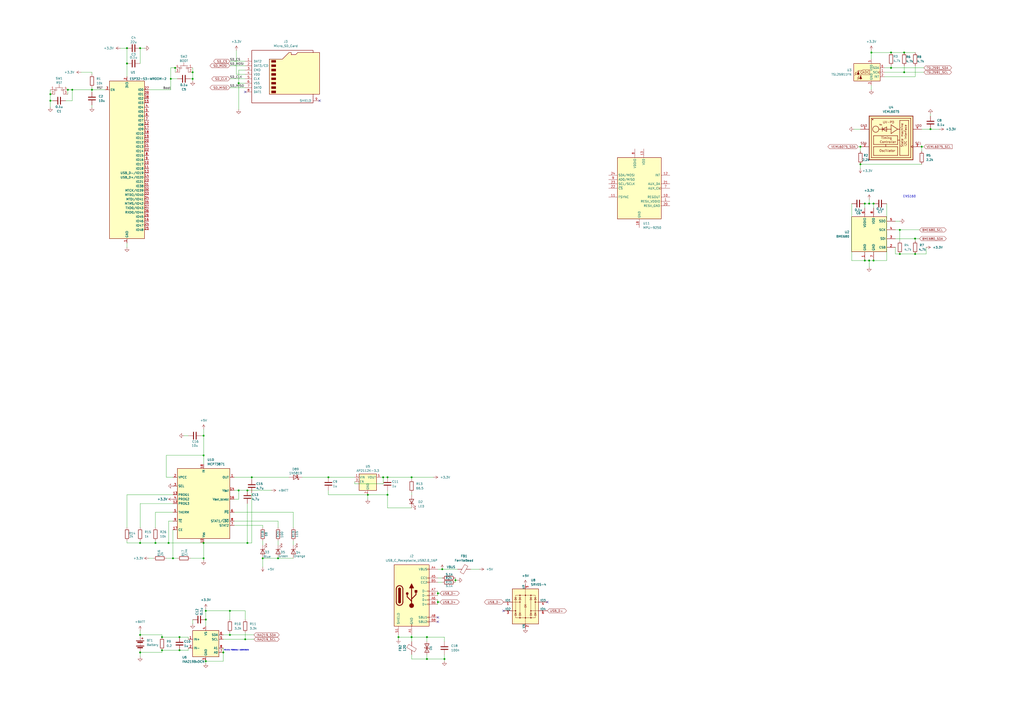
<source format=kicad_sch>
(kicad_sch (version 20250114) (generator "eeschema") (generator_version "9.0")
  (paper "A2")
  (text "ENS160\n" (at 527.558 114.046 0) (effects (font (size 1.27 1.27))))
  (text "REVIEW POSSIBLE ADDRESSES\n" (at 137.16 377.19 0) (effects (font (size 0.635 0.635))))
  (junction (at 119.38 359.41))
  (junction (at -101.6 369.57))
  (junction (at 254 344.17))
  (junction (at 516.89 30.48))
  (junction (at 133.35 368.3))
  (junction (at 530.8223 138.43))
  (junction (at 231.14 369.57))
  (junction (at 504.19 118.11))
  (junction (at 501.65 151.13))
  (junction (at -96.52 325.12))
  (junction (at 256.54 330.2))
  (junction (at 39.37 52.07))
  (junction (at 257.81 382.27))
  (junction (at 29.21 58.42))
  (junction (at 100.33 323.85))
  (junction (at -105.41 345.44))
  (junction (at -80.01 354.33))
  (junction (at 93.98 369.57))
  (junction (at 190.5 276.86))
  (junction (at 104.14 369.57))
  (junction (at 161.29 323.85))
  (junction (at 81.28 314.96))
  (junction (at -83.82 325.12))
  (junction (at 152.4 323.85))
  (junction (at 524.51 30.48))
  (junction (at 505.46 30.48))
  (junction (at 524.51 41.91))
  (junction (at 81.28 378.46))
  (junction (at 501.65 118.11))
  (junction (at 224.79 276.86))
  (junction (at 238.76 369.57))
  (junction (at 41.91 52.07))
  (junction (at 81.28 27.94))
  (junction (at 138.43 284.48))
  (junction (at 73.66 36.83))
  (junction (at 129.54 378.46))
  (junction (at 213.36 287.02))
  (junction (at 99.06 45.72))
  (junction (at -93.98 379.73))
  (junction (at 247.65 382.27))
  (junction (at 29.21 54.61))
  (junction (at 539.75 74.93))
  (junction (at 499.11 95.25))
  (junction (at 101.6 39.37))
  (junction (at 506.73 118.11))
  (junction (at 138.43 48.26))
  (junction (at 143.51 314.96))
  (junction (at 264.16 336.55))
  (junction (at 521.97 133.35))
  (junction (at 118.11 264.16))
  (junction (at 104.14 377.19))
  (junction (at 254 349.25))
  (junction (at 90.17 314.96))
  (junction (at 133.35 354.33))
  (junction (at 111.76 45.72))
  (junction (at 516.89 39.37))
  (junction (at 118.11 323.85))
  (junction (at 247.65 369.57))
  (junction (at 143.51 284.48))
  (junction (at 119.38 354.33))
  (junction (at 499.11 85.09))
  (junction (at 73.66 27.94))
  (junction (at 111.76 41.91))
  (junction (at 118.11 252.73))
  (junction (at 97.79 314.96))
  (junction (at -114.3 325.12))
  (junction (at 222.25 276.86))
  (junction (at -83.82 345.44))
  (junction (at 142.24 370.84))
  (junction (at 81.28 368.3))
  (junction (at 238.76 276.86))
  (junction (at -83.82 336.55))
  (junction (at 534.67 85.09))
  (junction (at 521.97 147.32))
  (junction (at 146.05 276.86))
  (junction (at 530.86 147.32))
  (junction (at 506.73 151.13))
  (junction (at 118.11 314.96))
  (junction (at 93.98 377.19))
  (junction (at 119.38 383.54))
  (junction (at 504.19 151.13))
  (junction (at 53.34 52.07))
  (junction (at 224.79 287.02))
  (no_connect (at 254 358.14))
  (no_connect (at 292.1 354.33))
  (no_connect (at 185.42 58.42))
  (no_connect (at 317.5 349.25))
  (no_connect (at 142.24 53.34))
  (no_connect (at 254 360.68))
  (wire (pts (xy -101.6 354.33) (xy -80.01 354.33)))
  (wire (pts (xy 119.38 353.06) (xy 119.38 354.33)))
  (wire (pts (xy 231.14 369.57) (xy 238.76 369.57)))
  (wire (pts (xy 190.5 287.02) (xy 190.5 284.48)))
  (wire (pts (xy 222.25 276.86) (xy 222.25 280.67)))
  (wire (pts (xy 205.74 280.67) (xy 205.74 279.4)))
  (wire (pts (xy 53.34 52.07) (xy 60.96 52.07)))
  (wire (pts (xy 516.89 39.37) (xy 535.94 39.37)))
  (wire (pts (xy 101.6 39.37) (xy 101.6 41.91)))
  (wire (pts (xy 152.4 313.69) (xy 152.4 316.23)))
  (wire (pts (xy 506.73 118.11) (xy 506.73 120.65)))
  (wire (pts (xy 539.75 74.93) (xy 544.83 74.93)))
  (wire (pts (xy 539.75 66.04) (xy 539.75 67.31)))
  (wire (pts (xy 137.16 43.18) (xy 142.24 43.18)))
  (wire (pts (xy 254 347.98) (xy 254 349.25)))
  (wire (pts (xy 501.65 118.11) (xy 501.65 120.65)))
  (wire (pts (xy 29.21 52.07) (xy 29.21 54.61)))
  (wire (pts (xy 247.65 372.11) (xy 247.65 369.57)))
  (wire (pts (xy 96.52 276.86) (xy 96.52 264.16)))
  (wire (pts (xy 494.03 118.11) (xy 494.03 151.13)))
  (wire (pts (xy 224.79 287.02) (xy 213.36 287.02)))
  (wire (pts (xy 264.16 336.55) (xy 265.43 336.55)))
  (wire (pts (xy 504.19 118.11) (xy 501.65 118.11)))
  (wire (pts (xy 231.14 368.3) (xy 231.14 369.57)))
  (wire (pts (xy 530.86 44.45) (xy 530.86 38.1)))
  (wire (pts (xy 90.17 313.69) (xy 90.17 314.96)))
  (wire (pts (xy 93.98 377.19) (xy 104.14 377.19)))
  (wire (pts (xy 73.66 140.97) (xy 73.66 143.51)))
  (wire (pts (xy 534.67 85.09) (xy 534.67 87.63)))
  (wire (pts (xy -105.41 345.44) (xy -105.41 346.71)))
  (wire (pts (xy -66.04 379.73) (xy -66.04 384.81)))
  (wire (pts (xy 530.8223 138.43) (xy 533.4 138.43)))
  (wire (pts (xy 534.67 74.93) (xy 539.75 74.93)))
  (wire (pts (xy 505.46 49.53) (xy 505.46 52.07)))
  (wire (pts (xy 41.91 52.07) (xy 53.34 52.07)))
  (wire (pts (xy 129.54 368.3) (xy 133.35 368.3)))
  (wire (pts (xy 53.34 41.91) (xy 53.34 43.18)))
  (wire (pts (xy -101.6 368.3) (xy -101.6 369.57)))
  (wire (pts (xy 93.98 369.57) (xy 93.98 368.3)))
  (wire (pts (xy 133.35 50.8) (xy 142.24 50.8)))
  (wire (pts (xy 143.51 314.96) (xy 118.11 314.96)))
  (wire (pts (xy 93.98 368.3) (xy 81.28 368.3)))
  (wire (pts (xy 161.29 313.69) (xy 161.29 316.23)))
  (wire (pts (xy 111.76 45.72) (xy 110.49 45.72)))
  (wire (pts (xy 73.66 313.69) (xy 73.66 314.96)))
  (wire (pts (xy 499.11 95.25) (xy 499.11 97.79)))
  (wire (pts (xy -114.3 325.12) (xy -114.3 331.47)))
  (wire (pts (xy -80.01 354.33) (xy -62.23 354.33)))
  (wire (pts (xy 53.34 53.34) (xy 53.34 52.07)))
  (wire (pts (xy 96.52 323.85) (xy 100.33 323.85)))
  (wire (pts (xy -105.41 341.63) (xy -105.41 345.44)))
  (wire (pts (xy 537.21 147.32) (xy 530.86 147.32)))
  (wire (pts (xy 129.54 375.92) (xy 129.54 378.46)))
  (wire (pts (xy -101.6 369.57) (xy -90.17 369.57)))
  (wire (pts (xy 137.16 29.21) (xy 137.16 43.18)))
  (wire (pts (xy 519.43 128.27) (xy 521.97 128.27)))
  (wire (pts (xy 521.97 133.35) (xy 521.97 139.7)))
  (wire (pts (xy 135.89 284.48) (xy 138.43 284.48)))
  (wire (pts (xy 497.84 85.09) (xy 499.11 85.09)))
  (wire (pts (xy 504.19 154.94) (xy 504.19 151.13)))
  (wire (pts (xy -90.17 374.65) (xy -93.98 374.65)))
  (wire (pts (xy 81.28 378.46) (xy 81.28 381)))
  (wire (pts (xy 29.21 58.42) (xy 29.21 62.23)))
  (wire (pts (xy 135.89 297.18) (xy 170.18 297.18)))
  (wire (pts (xy 119.38 359.41) (xy 119.38 363.22)))
  (wire (pts (xy 152.4 304.8) (xy 152.4 306.07)))
  (wire (pts (xy 129.54 383.54) (xy 119.38 383.54)))
  (wire (pts (xy -105.41 345.44) (xy -83.82 345.44)))
  (wire (pts (xy 257.81 372.11) (xy 257.81 369.57)))
  (wire (pts (xy 257.81 369.57) (xy 247.65 369.57)))
  (wire (pts (xy -114.3 325.12) (xy -109.22 325.12)))
  (wire (pts (xy -127 334.01) (xy -127 336.55)))
  (wire (pts (xy 86.36 323.85) (xy 88.9 323.85)))
  (wire (pts (xy 238.76 382.27) (xy 247.65 382.27)))
  (wire (pts (xy 524.51 41.91) (xy 524.51 38.1)))
  (wire (pts (xy 142.24 370.84) (xy 147.32 370.84)))
  (wire (pts (xy 93.98 377.19) (xy 93.98 378.46)))
  (wire (pts (xy 133.35 45.72) (xy 142.24 45.72)))
  (wire (pts (xy 238.76 294.64) (xy 224.79 294.64)))
  (wire (pts (xy 247.65 369.57) (xy 238.76 369.57)))
  (wire (pts (xy 138.43 284.48) (xy 143.51 284.48)))
  (wire (pts (xy 530.8223 138.43) (xy 530.86 139.7)))
  (wire (pts (xy 118.11 314.96) (xy 118.11 323.85)))
  (wire (pts (xy 142.24 40.64) (xy 138.43 40.64)))
  (wire (pts (xy 135.89 304.8) (xy 152.4 304.8)))
  (wire (pts (xy 278.13 330.2) (xy 273.05 330.2)))
  (wire (pts (xy 224.79 294.64) (xy 224.79 287.02)))
  (wire (pts (xy 106.68 252.73) (xy 109.22 252.73)))
  (wire (pts (xy -101.6 379.73) (xy -101.6 378.46)))
  (wire (pts (xy 519.43 143.51) (xy 519.43 147.32)))
  (wire (pts (xy 254 344.17) (xy 254 345.44)))
  (wire (pts (xy 119.38 354.33) (xy 119.38 359.41)))
  (wire (pts (xy 254 337.82) (xy 256.54 337.82)))
  (wire (pts (xy 29.21 58.42) (xy 30.48 58.42)))
  (wire (pts (xy 119.38 383.54) (xy 119.38 384.81)))
  (wire (pts (xy 247.65 382.27) (xy 257.81 382.27)))
  (wire (pts (xy 143.51 292.1) (xy 143.51 314.96)))
  (wire (pts (xy 142.24 370.84) (xy 142.24 367.03)))
  (wire (pts (xy 238.76 285.75) (xy 238.76 287.02)))
  (wire (pts (xy 53.34 50.8) (xy 53.34 52.07)))
  (wire (pts (xy 190.5 276.86) (xy 205.74 276.86)))
  (wire (pts (xy 521.97 133.35) (xy 533.4 133.35)))
  (wire (pts (xy 110.49 323.85) (xy 118.11 323.85)))
  (wire (pts (xy 255.27 344.17) (xy 254 344.17)))
  (wire (pts (xy -62.23 354.33) (xy -62.23 369.57)))
  (wire (pts (xy -73.66 335.28) (xy -73.66 345.44)))
  (wire (pts (xy -97.79 331.47) (xy -96.52 331.47)))
  (wire (pts (xy 90.17 297.18) (xy 100.33 297.18)))
  (wire (pts (xy 102.87 45.72) (xy 99.06 45.72)))
  (wire (pts (xy 90.17 306.07) (xy 90.17 297.18)))
  (wire (pts (xy 264.16 336.55) (xy 264.16 337.82)))
  (wire (pts (xy -83.82 325.12) (xy -83.82 327.66)))
  (wire (pts (xy 73.66 27.94) (xy 73.66 36.83)))
  (wire (pts (xy -101.6 379.73) (xy -93.98 379.73)))
  (wire (pts (xy 213.36 287.02) (xy 213.36 289.56)))
  (wire (pts (xy 129.54 370.84) (xy 142.24 370.84)))
  (wire (pts (xy 495.3 74.93) (xy 499.11 74.93)))
  (wire (pts (xy 494.03 151.13) (xy 501.65 151.13)))
  (wire (pts (xy 514.35 118.11) (xy 514.35 151.13)))
  (wire (pts (xy 256.54 330.2) (xy 254 330.2)))
  (wire (pts (xy 513.08 41.91) (xy 524.51 41.91)))
  (wire (pts (xy 238.76 276.86) (xy 251.46 276.86)))
  (wire (pts (xy 96.52 264.16) (xy 118.11 264.16)))
  (wire (pts (xy 118.11 269.24) (xy 118.11 264.16)))
  (wire (pts (xy 73.66 287.02) (xy 100.33 287.02)))
  (wire (pts (xy -97.79 336.55) (xy -83.82 336.55)))
  (wire (pts (xy 90.17 314.96) (xy 97.79 314.96)))
  (wire (pts (xy 504.19 151.13) (xy 506.73 151.13)))
  (wire (pts (xy 143.51 314.96) (xy 146.05 314.96)))
  (wire (pts (xy 138.43 40.64) (xy 138.43 48.26)))
  (wire (pts (xy 152.4 328.93) (xy 152.4 323.85)))
  (wire (pts (xy 100.33 307.34) (xy 100.33 323.85)))
  (wire (pts (xy 81.28 313.69) (xy 81.28 314.96)))
  (wire (pts (xy 238.76 369.57) (xy 238.76 372.11)))
  (wire (pts (xy 521.97 147.32) (xy 530.86 147.32)))
  (wire (pts (xy -83.82 336.55) (xy -83.82 337.82)))
  (wire (pts (xy 133.35 368.3) (xy 133.35 367.03)))
  (wire (pts (xy 39.37 52.07) (xy 41.91 52.07)))
  (wire (pts (xy 111.76 45.72) (xy 111.76 46.99)))
  (wire (pts (xy 118.11 248.92) (xy 118.11 252.73)))
  (wire (pts (xy -96.52 325.12) (xy -93.98 325.12)))
  (wire (pts (xy 73.66 36.83) (xy 73.66 44.45)))
  (wire (pts (xy 257.81 382.27) (xy 257.81 379.73)))
  (wire (pts (xy 99.06 52.07) (xy 86.36 52.07)))
  (wire (pts (xy 170.18 313.69) (xy 170.18 316.23)))
  (wire (pts (xy 118.11 252.73) (xy 116.84 252.73)))
  (wire (pts (xy 254 335.28) (xy 256.54 335.28)))
  (wire (pts (xy 69.85 27.94) (xy 73.66 27.94)))
  (wire (pts (xy 109.22 370.84) (xy 109.22 369.57)))
  (wire (pts (xy 222.25 276.86) (xy 224.79 276.86)))
  (wire (pts (xy 73.66 314.96) (xy 81.28 314.96)))
  (wire (pts (xy -101.6 360.68) (xy -101.6 354.33)))
  (wire (pts (xy -127 325.12) (xy -127 326.39)))
  (wire (pts (xy 238.76 276.86) (xy 224.79 276.86)))
  (wire (pts (xy 142.24 359.41) (xy 142.24 354.33)))
  (wire (pts (xy 99.06 39.37) (xy 99.06 45.72)))
  (wire (pts (xy 256.54 330.2) (xy 265.43 330.2)))
  (wire (pts (xy 205.74 280.67) (xy 222.25 280.67)))
  (wire (pts (xy 254 344.17) (xy 254 342.9)))
  (wire (pts (xy 111.76 39.37) (xy 111.76 41.91)))
  (wire (pts (xy -83.82 336.55) (xy -83.82 335.28)))
  (wire (pts (xy 138.43 289.56) (xy 138.43 284.48)))
  (wire (pts (xy 41.91 58.42) (xy 41.91 52.07)))
  (wire (pts (xy 97.79 302.26) (xy 97.79 314.96)))
  (wire (pts (xy 81.28 27.94) (xy 83.82 27.94)))
  (wire (pts (xy 224.79 284.48) (xy 224.79 287.02)))
  (wire (pts (xy 175.26 276.86) (xy 190.5 276.86)))
  (wire (pts (xy 537.21 143.51) (xy 537.21 147.32)))
  (wire (pts (xy 514.35 151.13) (xy 506.73 151.13)))
  (wire (pts (xy 516.89 39.37) (xy 516.89 38.1)))
  (wire (pts (xy 146.05 276.86) (xy 135.89 276.86)))
  (wire (pts (xy 513.08 39.37) (xy 516.89 39.37)))
  (wire (pts (xy 93.98 369.57) (xy 104.14 369.57)))
  (wire (pts (xy -73.66 345.44) (xy -83.82 345.44)))
  (wire (pts (xy 81.28 292.1) (xy 100.33 292.1)))
  (wire (pts (xy 247.65 379.73) (xy 247.65 382.27)))
  (wire (pts (xy 133.35 359.41) (xy 133.35 354.33)))
  (wire (pts (xy 505.46 29.21) (xy 505.46 30.48)))
  (wire (pts (xy 264.16 335.28) (xy 264.16 336.55)))
  (wire (pts (xy 38.1 58.42) (xy 41.91 58.42)))
  (wire (pts (xy -114.3 331.47) (xy -113.03 331.47)))
  (wire (pts (xy -80.01 354.33) (xy -80.01 363.22)))
  (wire (pts (xy 101.6 39.37) (xy 99.06 39.37)))
  (wire (pts (xy 39.37 52.07) (xy 39.37 54.61)))
  (wire (pts (xy 170.18 297.18) (xy 170.18 306.07)))
  (wire (pts (xy 504.19 151.13) (xy 501.65 151.13)))
  (wire (pts (xy 257.81 382.27) (xy 257.81 383.54)))
  (wire (pts (xy 93.98 378.46) (xy 81.28 378.46)))
  (wire (pts (xy 111.76 41.91) (xy 111.76 45.72)))
  (wire (pts (xy 519.43 133.35) (xy 521.97 133.35)))
  (wire (pts (xy 499.11 85.09) (xy 499.11 87.63)))
  (wire (pts (xy -96.52 331.47) (xy -96.52 325.12)))
  (wire (pts (xy 53.34 60.96) (xy 53.34 62.23)))
  (wire (pts (xy 100.33 302.26) (xy 97.79 302.26)))
  (wire (pts (xy 516.89 30.48) (xy 524.51 30.48)))
  (wire (pts (xy 97.79 314.96) (xy 118.11 314.96)))
  (wire (pts (xy 96.52 276.86) (xy 100.33 276.86)))
  (wire (pts (xy -101.6 325.12) (xy -96.52 325.12)))
  (wire (pts (xy 118.11 264.16) (xy 118.11 252.73)))
  (wire (pts (xy 505.46 30.48) (xy 516.89 30.48)))
  (wire (pts (xy 99.06 45.72) (xy 99.06 52.07)))
  (wire (pts (xy 111.76 359.41) (xy 111.76 361.95)))
  (wire (pts (xy 46.99 41.91) (xy 53.34 41.91)))
  (wire (pts (xy -93.98 374.65) (xy -93.98 379.73)))
  (wire (pts (xy -62.23 369.57) (xy -66.04 369.57)))
  (wire (pts (xy -93.98 379.73) (xy -90.17 379.73)))
  (wire (pts (xy 519.43 138.43) (xy 530.8223 138.43)))
  (wire (pts (xy -83.82 325.12) (xy -73.66 325.12)))
  (wire (pts (xy 29.21 54.61) (xy 29.21 58.42)))
  (wire (pts (xy 152.4 323.85) (xy 161.29 323.85)))
  (wire (pts (xy 213.36 287.02) (xy 190.5 287.02)))
  (wire (pts (xy 109.22 377.19) (xy 104.14 377.19)))
  (wire (pts (xy 524.51 41.91) (xy 535.94 41.91)))
  (wire (pts (xy 146.05 285.75) (xy 146.05 314.96)))
  (wire (pts (xy 109.22 375.92) (xy 109.22 377.19)))
  (wire (pts (xy 504.19 118.11) (xy 506.73 118.11)))
  (wire (pts (xy -101.6 370.84) (xy -101.6 369.57)))
  (wire (pts (xy 81.28 314.96) (xy 90.17 314.96)))
  (wire (pts (xy 118.11 323.85) (xy 118.11 325.12)))
  (wire (pts (xy 143.51 284.48) (xy 157.48 284.48)))
  (wire (pts (xy 519.43 147.32) (xy 521.97 147.32)))
  (wire (pts (xy 129.54 378.46) (xy 129.54 383.54)))
  (wire (pts (xy 109.22 369.57) (xy 104.14 369.57)))
  (wire (pts (xy 135.89 302.26) (xy 161.29 302.26)))
  (wire (pts (xy 534.67 85.09) (xy 535.94 85.09)))
  (wire (pts (xy 81.28 27.94) (xy 81.28 36.83)))
  (wire (pts (xy -127 325.12) (xy -114.3 325.12)))
  (wire (pts (xy 238.76 368.3) (xy 238.76 369.57)))
  (wire (pts (xy 133.35 368.3) (xy 147.32 368.3)))
  (wire (pts (xy 133.35 354.33) (xy 119.38 354.33)))
  (wire (pts (xy 100.33 323.85) (xy 102.87 323.85)))
  (wire (pts (xy 73.66 306.07) (xy 73.66 287.02)))
  (wire (pts (xy 81.28 365.76) (xy 81.28 368.3)))
  (wire (pts (xy -86.36 325.12) (xy -83.82 325.12)))
  (wire (pts (xy 146.05 276.86) (xy 146.05 278.13)))
  (wire (pts (xy 231.14 369.57) (xy 231.14 370.84)))
  (wire (pts (xy 133.35 38.1) (xy 142.24 38.1)))
  (wire (pts (xy 504.19 115.57) (xy 504.19 118.11)))
  (wire (pts (xy 524.51 30.48) (xy 530.86 30.48)))
  (wire (pts (xy 238.76 379.73) (xy 238.76 382.27)))
  (wire (pts (xy -73.66 325.12) (xy -73.66 327.66)))
  (wire (pts (xy 238.76 278.13) (xy 238.76 276.86)))
  (wire (pts (xy 146.05 276.86) (xy 167.64 276.86)))
  (wire (pts (xy 142.24 354.33) (xy 133.35 354.33)))
  (wire (pts (xy 138.43 48.26) (xy 142.24 48.26)))
  (wire (pts (xy 254 349.25) (xy 254 350.52)))
  (wire (pts (xy 499.11 95.25) (xy 534.67 95.25)))
  (wire (pts (xy 161.29 323.85) (xy 170.18 323.85)))
  (wire (pts (xy 505.46 30.48) (xy 505.46 34.29)))
  (wire (pts (xy 220.98 276.86) (xy 222.25 276.86)))
  (wire (pts (xy 161.29 302.26) (xy 161.29 306.07)))
  (wire (pts (xy 135.89 289.56) (xy 138.43 289.56)))
  (wire (pts (xy 138.43 63.5) (xy 138.43 48.26)))
  (wire (pts (xy 513.08 44.45) (xy 530.86 44.45)))
  (wire (pts (xy 133.35 35.56) (xy 142.24 35.56)))
  (wire (pts (xy 255.27 349.25) (xy 254 349.25)))
  (wire (pts (xy 81.28 306.07) (xy 81.28 292.1)))
  (label "SD_CLK" (at 133.35 45.72 0))
  (label "Boot" (at 99.06 52.07 180))
  (label "RST" (at 59.69 52.07 180))
  (label "SD_MISO" (at 133.35 50.8 0))
  (label "SD_MOSI" (at 133.35 38.1 0))
  (label "SD_CS" (at 133.35 35.56 0))
  (global_label "USB_D+" (shape bidirectional) (at 255.27 349.25 0) (property "Intersheetrefs" "${INTERSHEET_REFS}" (effects (hide yes))))
  (global_label "BME680_SDA" (shape bidirectional) (at 533.4 138.43 0) (property "Intersheetrefs" "${INTERSHEET_REFS}" (effects (hide yes))))
  (global_label "USB_D-" (shape bidirectional) (at 292.1 349.25 180) (property "Intersheetrefs" "${INTERSHEET_REFS}" (effects (hide yes))))
  (global_label "BME680_SCL" (shape bidirectional) (at 533.4 133.35 0) (property "Intersheetrefs" "${INTERSHEET_REFS}" (effects (hide yes))))
  (global_label "TSL2591_SDA" (shape bidirectional) (at 535.94 39.37 0) (property "Intersheetrefs" "${INTERSHEET_REFS}" (effects (hide yes))))
  (global_label "INA219_SCL" (shape bidirectional) (at 147.32 370.84 0) (property "Intersheetrefs" "${INTERSHEET_REFS}" (effects (hide yes))))
  (global_label "TSL2591_SCL" (shape bidirectional) (at 535.94 41.91 0) (property "Intersheetrefs" "${INTERSHEET_REFS}" (effects (hide yes))))
  (global_label "VEML6075_SDA" (shape bidirectional) (at 497.84 85.09 180) (property "Intersheetrefs" "${INTERSHEET_REFS}" (effects (hide yes))))
  (global_label "USB_D+" (shape bidirectional) (at 317.5 354.33 0) (property "Intersheetrefs" "${INTERSHEET_REFS}" (effects (hide yes))))
  (global_label "SD_MISO" (shape bidirectional) (at 133.35 50.8 180) (property "Intersheetrefs" "${INTERSHEET_REFS}" (effects (hide yes))))
  (global_label "SD_CLK" (shape bidirectional) (at 133.35 45.72 180) (property "Intersheetrefs" "${INTERSHEET_REFS}" (effects (hide yes))))
  (global_label "SD_MOSI" (shape bidirectional) (at 133.35 38.1 180) (property "Intersheetrefs" "${INTERSHEET_REFS}" (effects (hide yes))))
  (global_label "VEML6075_SCL" (shape input) (at 535.94 85.09 0) (property "Intersheetrefs" "${INTERSHEET_REFS}" (effects (hide yes))))
  (global_label "INA219_SDA" (shape bidirectional) (at 147.2796 368.3 0) (property "Intersheetrefs" "${INTERSHEET_REFS}" (effects (hide yes))))
  (global_label "USB_D-" (shape bidirectional) (at 255.27 344.17 0) (property "Intersheetrefs" "${INTERSHEET_REFS}" (effects (hide yes))))
  (global_label "SD_CS" (shape bidirectional) (at 133.35 35.56 180) (property "Intersheetrefs" "${INTERSHEET_REFS}" (effects (hide yes))))
  (symbol (lib_id "RF_Module:ESP32-S3-WROOM-2") (at 73.66 92.71 0) (unit 1)
    (property "Reference" "U1" (at 75.8033 41.91 0) (effects (justify left)))
    (property "Value" "ESP32-S3-WROOM-2" (at 75.184 45.72 0) (effects (justify left)))
    (property "Footprint" "RF_Module:ESP32-S3-WROOM-2" (effects (hide yes)))
    (property "Datasheet" "https://www.espressif.com/sites/default/files/documentation/esp32-s3-wroom-2_datasheet_en.pdf" (effects (hide yes)))
    (property "Description" "RF Module, 2.4 GHz, Wi­-Fi, Bluetooth, BLE, ESP32­-S3R8V" (effects (hide yes)))
  )
  (symbol (lib_id "Device:C") (at 143.51 288.29 0) (unit 1)
    (property "Reference" "C13" (at 146.05 287.02 0) (effects (justify left)))
    (property "Value" "4.7u" (at 146.05 289.56 0) (effects (justify left)))
    (property "Footprint" "Capacitor_SMD:C_0603_1608Metric" (effects (hide yes)))
    (property "Description" "Unpolarized capacitor" (effects (hide yes)))
  )
  (symbol (lib_id "power:GND") (at 119.38 384.81 0) (mirror y) (unit 1)
    (property "Reference" "#PWR021" (effects (hide yes)))
    (property "Value" "GND" (effects (hide yes)))
    (property "Description" "Power symbol creates a global label with name \"GND\" , ground" (effects (hide yes)))
  )
  (symbol (lib_id "power:+BATT") (at 81.28 365.76 0) (unit 1)
    (property "Reference" "#PWR017" (effects (hide yes)))
    (property "Value" "+BATT" (at 81.28 360.68 0))
    (property "Description" "Power symbol creates a global label with name \"+BATT\"" (effects (hide yes)))
  )
  (symbol (lib_id "Device:C") (at 53.34 57.15 0) (unit 1)
    (property "Reference" "C2" (at 57.15 55.8799 0) (effects (justify left)))
    (property "Value" "10u" (at 57.15 58.4199 0) (effects (justify left)))
    (property "Footprint" "Capacitor_SMD:C_0603_1608Metric" (effects (hide yes)))
    (property "Description" "Unpolarized capacitor" (effects (hide yes)))
  )
  (symbol (lib_id "Connector:USB_C_Receptacle_USB2.0_16P") (at 238.76 345.44 0) (unit 1)
    (property "Reference" "J2" (at 238.76 322.58 0))
    (property "Value" "USB_C_Receptacle_USB2.0_16P" (at 238.76 325.12 0))
    (property "Footprint" "Connector_USB:USB_C_Receptacle_HRO_TYPE-C-31-M-12" (effects (hide yes)))
    (property "Datasheet" "https://www.usb.org/sites/default/files/documents/usb_type-c.zip" (effects (hide yes)))
    (property "Description" "USB 2.0-only 16P Type-C Receptacle connector" (effects (hide yes)))
  )
  (symbol (lib_id "Device:R") (at 73.66 309.88 0) (unit 1)
    (property "Reference" "R14" (at 74.676 309.372 0) (effects (justify left)))
    (property "Value" "2k" (at 74.93 311.15 0) (effects (justify left)))
    (property "Footprint" "Resistor_SMD:R_1206_3216Metric" (effects (hide yes)))
    (property "Description" "Resistor" (effects (hide yes)))
  )
  (symbol (lib_id "Device:C") (at 115.57 359.41 90) (unit 1)
    (property "Reference" "C12" (at 114.3 356.87 0) (effects (justify left)))
    (property "Value" "0.1u" (at 116.84 356.87 0) (effects (justify left)))
    (property "Footprint" "Capacitor_SMD:C_0603_1608Metric" (effects (hide yes)))
    (property "Description" "Unpolarized capacitor" (effects (hide yes)))
  )
  (symbol (lib_id "power:GND") (at 304.8 364.49 0) (mirror y) (unit 1)
    (property "Reference" "#PWR031" (effects (hide yes)))
    (property "Value" "GND" (effects (hide yes)))
    (property "Description" "Power symbol creates a global label with name \"GND\" , ground" (effects (hide yes)))
  )
  (symbol (lib_id "power:+3.3V") (at 544.83 74.93 270) (unit 1)
    (property "Reference" "#PWR014" (effects (hide yes)))
    (property "Value" "+3.3V" (at 548.64 74.9299 90) (effects (justify left)))
    (property "Description" "Power symbol creates a global label with name \"+3.3V\"" (effects (hide yes)))
  )
  (symbol (lib_id "power:+3.3V") (at 137.16 29.21 0) (unit 1)
    (property "Reference" "#PWR034" (effects (hide yes)))
    (property "Value" "+3.3V" (at 137.16 24.13 0))
    (property "Description" "Power symbol creates a global label with name \"+3.3V\"" (effects (hide yes)))
  )
  (symbol (lib_id "Device:R") (at 534.67 91.44 0) (unit 1)
    (property "Reference" "R5" (at 537.21 90.1699 0) (effects (justify left)))
    (property "Value" "2.2k" (at 537.21 92.7099 0) (effects (justify left)))
    (property "Footprint" "Resistor_SMD:R_0603_1608Metric" (effects (hide yes)))
    (property "Description" "Resistor" (effects (hide yes)))
  )
  (symbol (lib_id "Device:R") (at 133.35 363.22 0) (unit 1)
    (property "Reference" "R10" (at 135.89 361.9499 0) (effects (justify left)))
    (property "Value" "3.3k" (at 135.89 364.4899 0) (effects (justify left)))
    (property "Footprint" "Resistor_SMD:R_0603_1608Metric" (effects (hide yes)))
    (property "Description" "Resistor" (effects (hide yes)))
  )
  (symbol (lib_id "Device:C") (at 190.5 280.67 0) (unit 1)
    (property "Reference" "C9" (at 193.04 279.4 0) (effects (justify left)))
    (property "Value" "1u" (at 193.04 281.94 0) (effects (justify left)))
    (property "Footprint" "Capacitor_SMD:C_0603_1608Metric" (effects (hide yes)))
    (property "Description" "Unpolarized capacitor" (effects (hide yes)))
  )
  (symbol (lib_id "Device:R") (at 260.35 335.28 90) (unit 1)
    (property "Reference" "R24" (at 260.35 335.28 90))
    (property "Value" "5.1k" (at 260.604 333.248 90))
    (property "Footprint" "Resistor_SMD:R_1206_3216Metric" (effects (hide yes)))
    (property "Description" "Resistor" (effects (hide yes)))
  )
  (symbol (lib_id "power:+BATT") (at 157.48 284.48 270) (unit 1)
    (property "Reference" "#PWR038" (effects (hide yes)))
    (property "Value" "+BATT" (at 161.29 284.4799 90) (effects (justify left)))
    (property "Description" "Power symbol creates a global label with name \"+BATT\"" (effects (hide yes)))
  )
  (symbol (lib_id "Device:C") (at 257.81 375.92 0) (unit 1)
    (property "Reference" "C18" (at 261.62 374.6499 0) (effects (justify left)))
    (property "Value" "100n" (at 261.62 377.1899 0) (effects (justify left)))
    (property "Description" "Unpolarized capacitor" (effects (hide yes)))
  )
  (symbol (lib_id "power:Earth") (at 231.14 370.84 0) (unit 1)
    (property "Reference" "#PWR023" (effects (hide yes)))
    (property "Value" "Earth" (effects (hide yes)))
    (property "Description" "Power symbol creates a global label with name \"Earth\"" (effects (hide yes)))
  )
  (symbol (lib_id "Device:R") (at 238.76 281.94 0) (unit 1)
    (property "Reference" "R13" (at 241.3 280.6699 0) (effects (justify left)))
    (property "Value" "66.5" (at 241.3 283.2099 0) (effects (justify left)))
    (property "Footprint" "Resistor_SMD:R_1206_3216Metric" (effects (hide yes)))
    (property "Description" "Resistor" (effects (hide yes)))
  )
  (symbol (lib_id "Device:L") (at -105.41 325.12 90) (unit 1)
    (property "Reference" "L1" (at -105.41 326.39 90))
    (property "Value" "22uH" (at -105.41 323.088 90))
    (property "Description" "Inductor" (effects (hide yes)))
  )
  (symbol (lib_id "power:GND") (at -105.41 346.71 0) (mirror y) (unit 1)
    (property "Reference" "#PWR025" (effects (hide yes)))
    (property "Value" "GND" (effects (hide yes)))
    (property "Description" "Power symbol creates a global label with name \"GND\" , ground" (effects (hide yes)))
  )
  (symbol (lib_id "power:GND") (at -66.04 384.81 0) (mirror y) (unit 1)
    (property "Reference" "#PWR026" (effects (hide yes)))
    (property "Value" "GND" (effects (hide yes)))
    (property "Description" "Power symbol creates a global label with name \"GND\" , ground" (effects (hide yes)))
  )
  (symbol (lib_id "power:+3.3V") (at 100.33 289.56 90) (unit 1)
    (property "Reference" "#PWR043" (effects (hide yes)))
    (property "Value" "+3.3V" (at 94.234 289.56 90))
    (property "Description" "Power symbol creates a global label with name \"+3.3V\"" (effects (hide yes)))
  )
  (symbol (lib_id "Device:R") (at 530.86 34.29 0) (unit 1)
    (property "Reference" "R8" (at 531.876 33.02 0) (effects (justify left)))
    (property "Value" "4.7k" (at 531.876 35.56 0) (effects (justify left)))
    (property "Footprint" "Resistor_SMD:R_0603_1608Metric" (effects (hide yes)))
    (property "Description" "Resistor" (effects (hide yes)))
  )
  (symbol (lib_id "power:GND") (at 138.43 63.5 0) (mirror y) (unit 1)
    (property "Reference" "#PWR033" (effects (hide yes)))
    (property "Value" "GND" (effects (hide yes)))
    (property "Description" "Power symbol creates a global label with name \"GND\" , ground" (effects (hide yes)))
  )
  (symbol (lib_id "Device:R") (at 170.18 309.88 0) (mirror x) (unit 1)
    (property "Reference" "R19" (at 170.18 309.88 90))
    (property "Value" "115" (at 172.212 309.88 90))
    (property "Footprint" "Resistor_SMD:R_1206_3216Metric" (effects (hide yes)))
    (property "Description" "Resistor" (effects (hide yes)))
  )
  (symbol (lib_id "Device:R") (at 524.51 34.29 0) (unit 1)
    (property "Reference" "R6" (at 525.526 33.02 0) (effects (justify left)))
    (property "Value" "4.7k" (at 525.526 35.56 0) (effects (justify left)))
    (property "Footprint" "Resistor_SMD:R_0603_1608Metric" (effects (hide yes)))
    (property "Description" "Resistor" (effects (hide yes)))
  )
  (symbol (lib_id "Device:FerriteBead") (at 269.24 330.2 90) (unit 1)
    (property "Reference" "FB1" (at 269.1892 322.58 90))
    (property "Value" "FerriteBead" (at 269.1892 325.12 90))
    (property "Description" "Ferrite bead" (effects (hide yes)))
  )
  (symbol (lib_id "Regulator_Switching:MT3608") (at -105.41 334.01 0) (unit 1)
    (property "Reference" "U9" (at -105.41 318.262 0))
    (property "Value" "MT3608" (at -105.41 320.802 0))
    (property "Footprint" "Package_TO_SOT_SMD:SOT-23-6" (effects (hide yes)))
    (property "Datasheet" "https://www.olimex.com/Products/Breadboarding/BB-PWR-3608/resources/MT3608.pdf" (effects (hide yes)))
    (property "Description" "High Efficiency 1.2MHz 2A Step Up Converter, 2-24V Vin, 28V Vout, 4A current limit, 1.2MHz, SOT23-6" (effects (hide yes)))
  )
  (symbol (lib_id "power:+5V") (at 118.11 248.92 0) (unit 1)
    (property "Reference" "#PWR044" (effects (hide yes)))
    (property "Value" "+5V" (at 118.11 243.84 0))
    (property "Description" "Power symbol creates a global label with name \"+5V\"" (effects (hide yes)))
  )
  (symbol (lib_id "Device:C") (at 77.47 36.83 90) (mirror x) (unit 1)
    (property "Reference" "C3" (at 77.47 31.496 90))
    (property "Value" "0.1u" (at 77.47 33.274 90))
    (property "Footprint" "Capacitor_SMD:C_0603_1608Metric" (effects (hide yes)))
    (property "Description" "Unpolarized capacitor" (effects (hide yes)))
  )
  (symbol (lib_id "VEML6075:VEML6075") (at 516.89 80.01 0) (unit 1)
    (property "Reference" "U4" (at 516.9107 62.23 0))
    (property "Value" "VEML6075" (at 516.9107 64.77 0))
    (property "Footprint" "PCB:VISHAY_VEML6075_1.25X2X1" (effects (hide yes)))
    (property "Datasheet" "https://mm.digikey.com/Volume0/opasdata/d220001/medias/docus/1256/VEML6075.pdf" (effects (hide yes)))
    (property "TAPE_REEL" "YES" (effects (hide yes)))
    (property "MF" "Vishay Semiconductor Opto Division" (effects (hide yes)))
    (property "Description_1" "Optical Sensor Ultraviolet (UV) 330nm, 365nm I2C 4-TFLGA" (effects (hide yes)))
    (property "Package" "None" (effects (hide yes)))
    (property "Price" "None" (effects (hide yes)))
    (property "VOLUME" "MOQ: 2500 pcs" (effects (hide yes)))
    (property "SnapEDA_Link" "https://www.snapeda.com/parts/VEML6075/Vishay/view-part/?ref=snap" (effects (hide yes)))
    (property "MP" "VEML6075" (effects (hide yes)))
    (property "Availability" "In Stock" (effects (hide yes)))
    (property "Check_prices" "https://www.snapeda.com/parts/VEML6075/Vishay/view-part/?ref=eda" (effects (hide yes)))
  )
  (symbol (lib_id "power:+5V") (at 152.4 328.93 180) (unit 1)
    (property "Reference" "#PWR045" (effects (hide yes)))
    (property "Value" "+5V" (at 154.94 330.1999 0) (effects (justify right)))
    (property "Description" "Power symbol creates a global label with name \"+5V\"" (effects (hide yes)))
  )
  (symbol (lib_id "Device:R") (at 81.28 309.88 0) (unit 1)
    (property "Reference" "R15" (at 83.82 308.6099 0) (effects (justify left)))
    (property "Value" "1k" (at 83.82 311.1499 0) (effects (justify left)))
    (property "Footprint" "Resistor_SMD:R_1206_3216Metric" (effects (hide yes)))
    (property "Description" "Resistor" (effects (hide yes)))
  )
  (symbol (lib_id "Device:C") (at 146.05 281.94 0) (unit 1)
    (property "Reference" "C15" (at 148.59 280.67 0) (effects (justify left)))
    (property "Value" "4.7u" (at 148.59 283.21 0) (effects (justify left)))
    (property "Footprint" "Capacitor_SMD:C_0603_1608Metric" (effects (hide yes)))
    (property "Description" "Unpolarized capacitor" (effects (hide yes)))
  )
  (symbol (lib_id "Device:R") (at 53.34 46.99 0) (unit 1)
    (property "Reference" "R1" (at 55.88 45.7199 0) (effects (justify left)))
    (property "Value" "10k" (at 55.88 48.2599 0) (effects (justify left)))
    (property "Footprint" "Resistor_SMD:R_0603_1608Metric" (effects (hide yes)))
    (property "Description" "Resistor" (effects (hide yes)))
  )
  (symbol (lib_id "power:VBUS") (at 256.54 330.2 0) (unit 1)
    (property "Reference" "#PWR024" (effects (hide yes)))
    (property "Value" "VBUS" (at 259.08 328.9299 0) (effects (justify left)))
    (property "Description" "Power symbol creates a global label with name \"VBUS\"" (effects (hide yes)))
  )
  (symbol (lib_id "power:GND") (at 106.68 252.73 270) (mirror x) (unit 1)
    (property "Reference" "#PWR041" (effects (hide yes)))
    (property "Value" "GND" (effects (hide yes)))
    (property "Description" "Power symbol creates a global label with name \"GND\" , ground" (effects (hide yes)))
  )
  (symbol (lib_id "power:GND") (at 495.3 74.93 270) (mirror x) (unit 1)
    (property "Reference" "#PWR06" (effects (hide yes)))
    (property "Value" "GND" (effects (hide yes)))
    (property "Description" "Power symbol creates a global label with name \"GND\" , ground" (effects (hide yes)))
  )
  (symbol (lib_id "power:GND") (at 81.28 381 0) (mirror y) (unit 1)
    (property "Reference" "#PWR018" (effects (hide yes)))
    (property "Value" "GND" (effects (hide yes)))
    (property "Description" "Power symbol creates a global label with name \"GND\" , ground" (effects (hide yes)))
  )
  (symbol (lib_id "Device:R") (at 521.97 143.51 0) (unit 1)
    (property "Reference" "R4" (at 524.51 142.2399 0) (effects (justify left)))
    (property "Value" "4.7k" (at 524.51 144.7799 0) (effects (justify left)))
    (property "Footprint" "Resistor_SMD:R_0603_1608Metric" (effects (hide yes)))
    (property "Description" "Resistor" (effects (hide yes)))
  )
  (symbol (lib_id "Device:C") (at 106.68 45.72 270) (mirror x) (unit 1)
    (property "Reference" "C5" (at 106.68 51.816 90))
    (property "Value" "0.1u" (at 106.68 49.276 90))
    (property "Footprint" "Capacitor_SMD:C_0603_1608Metric" (effects (hide yes)))
    (property "Description" "Unpolarized capacitor" (effects (hide yes)))
  )
  (symbol (lib_id "power:+3.3V") (at 119.38 353.06 0) (unit 1)
    (property "Reference" "#PWR020" (effects (hide yes)))
    (property "Value" "+3.3V" (at 119.38 347.98 0))
    (property "Description" "Power symbol creates a global label with name \"+3.3V\"" (effects (hide yes)))
  )
  (symbol (lib_id "power:+3.3V") (at 251.46 276.86 270) (unit 1)
    (property "Reference" "#PWR022" (effects (hide yes)))
    (property "Value" "+3.3V" (at 255.27 276.8599 90) (effects (justify left)))
    (property "Description" "Power symbol creates a global label with name \"+3.3V\"" (effects (hide yes)))
  )
  (symbol (lib_id "power:GND") (at 539.75 66.04 0) (mirror x) (unit 1)
    (property "Reference" "#PWR013" (effects (hide yes)))
    (property "Value" "GND" (effects (hide yes)))
    (property "Description" "Power symbol creates a global label with name \"GND\" , ground" (effects (hide yes)))
  )
  (symbol (lib_id "Device:FerriteBead") (at 238.76 375.92 180) (unit 1)
    (property "Reference" "FB2" (at 232.156 375.92 90))
    (property "Value" "120" (at 234.696 375.92 90))
    (property "Description" "BLM31KN121SH1L" (effects (hide yes)))
  )
  (symbol (lib_id "Device:R") (at -83.82 331.47 0) (unit 1)
    (property "Reference" "R22" (at -81.28 330.1999 0) (effects (justify left)))
    (property "Value" "3.3k" (at -81.28 332.7399 0) (effects (justify left)))
    (property "Description" "Resistor" (effects (hide yes)))
  )
  (symbol (lib_id "Device:R") (at 92.71 323.85 90) (unit 1)
    (property "Reference" "R16" (at 92.202 322.834 0) (effects (justify left)))
    (property "Value" "2k" (at 93.98 322.58 0) (effects (justify left)))
    (property "Footprint" "Resistor_SMD:R_1206_3216Metric" (effects (hide yes)))
    (property "Description" "Resistor" (effects (hide yes)))
  )
  (symbol (lib_id "Device:R") (at -83.82 341.63 0) (unit 1)
    (property "Reference" "R23" (at -81.28 340.3599 0) (effects (justify left)))
    (property "Value" "450" (at -81.28 342.8999 0) (effects (justify left)))
    (property "Description" "Resistor" (effects (hide yes)))
  )
  (symbol (lib_id "Device:C") (at 34.29 58.42 90) (unit 1)
    (property "Reference" "C1" (at 34.29 64.516 90))
    (property "Value" "0.1u" (at 34.29 61.976 90))
    (property "Footprint" "Capacitor_SMD:C_0603_1608Metric" (effects (hide yes)))
    (property "Description" "Unpolarized capacitor" (effects (hide yes)))
  )
  (symbol (lib_id "Device:LED") (at 161.29 320.04 90) (mirror x) (unit 1)
    (property "Reference" "D5" (at 164.084 320.294 90))
    (property "Value" "Green" (at 164.338 322.58 90))
    (property "Footprint" "LED_SMD:LED_1206_3216Metric_Pad1.42x1.75mm_HandSolder" (effects (hide yes)))
    (property "Description" "Light emitting diode" (effects (hide yes)))
    (property "Sim.Pins" "1=K 2=A" (effects (hide yes)))
  )
  (symbol (lib_id "power:+3.3V") (at 537.21 143.51 270) (unit 1)
    (property "Reference" "#PWR015" (effects (hide yes)))
    (property "Value" "+3.3V" (at 541.02 143.5099 90) (effects (justify left)))
    (property "Description" "Power symbol creates a global label with name \"+3.3V\"" (effects (hide yes)))
  )
  (symbol (lib_id "Device:Battery") (at 81.28 373.38 0) (unit 1)
    (property "Reference" "BT1" (at 85.09 371.5384 0) (effects (justify left)))
    (property "Value" "Battery" (at 85.09 374.0784 0) (effects (justify left)))
    (property "Footprint" "Connector_AMASS:AMASS_XT60-F_1x02_P7.20mm_Vertical" (effects (hide yes)))
    (property "Description" "Multiple-cell battery" (effects (hide yes)))
  )
  (symbol (lib_id "Device:LED") (at 238.76 290.83 90) (unit 1)
    (property "Reference" "D2" (at 242.57 291.1474 90) (effects (justify right)))
    (property "Value" "LED" (at 242.57 293.6874 90) (effects (justify right)))
    (property "Footprint" "LED_SMD:LED_1206_3216Metric_Pad1.42x1.75mm_HandSolder" (effects (hide yes)))
    (property "Description" "Light emitting diode" (effects (hide yes)))
    (property "Sim.Pins" "1=K 2=A" (effects (hide yes)))
  )
  (symbol (lib_id "Connector:Micro_SD_Card") (at 165.1 43.18 0) (unit 1)
    (property "Reference" "J3" (at 165.735 24.13 0))
    (property "Value" "Micro_SD_Card" (at 165.735 26.67 0))
    (property "Footprint" "Connector_Card:microSD_HC_Wuerth_693072010801" (effects (hide yes)))
    (property "Datasheet" "https://www.we-online.com/components/products/datasheet/693072010801.pdf" (effects (hide yes)))
    (property "Description" "Micro SD Card Socket" (effects (hide yes)))
  )
  (symbol (lib_id "power:GND") (at 53.34 62.23 0) (unit 1)
    (property "Reference" "#PWR04" (effects (hide yes)))
    (property "Value" "GND" (effects (hide yes)))
    (property "Description" "Power symbol creates a global label with name \"GND\" , ground" (effects (hide yes)))
  )
  (symbol (lib_id "Device:D") (at -90.17 325.12 180) (unit 1)
    (property "Reference" "D1" (at -90.17 318.77 0))
    (property "Value" "D" (at -90.17 321.31 0))
    (property "Description" "Diode" (effects (hide yes)))
    (property "Sim.Device" "D" (effects (hide yes)))
    (property "Sim.Pins" "1=K 2=A" (effects (hide yes)))
  )
  (symbol (lib_id "power:GND") (at 257.81 383.54 0) (unit 1)
    (property "Reference" "#PWR028" (effects (hide yes)))
    (property "Value" "GND" (effects (hide yes)))
    (property "Description" "Power symbol creates a global label with name \"GND\" , ground" (effects (hide yes)))
  )
  (symbol (lib_id "Device:R") (at 530.86 143.51 0) (unit 1)
    (property "Reference" "R7" (at 533.4 142.2399 0) (effects (justify left)))
    (property "Value" "4.7k" (at 532.892 144.78 0) (effects (justify left)))
    (property "Footprint" "Resistor_SMD:R_0603_1608Metric" (effects (hide yes)))
    (property "Description" "Resistor" (effects (hide yes)))
  )
  (symbol (lib_id "nber08:NE555D_nber08") (at -77.47 374.65 0) (unit 1)
    (property "Reference" "U7" (at -77.47 384.81 0))
    (property "Value" "NE555D" (at -77.47 387.35 0))
    (property "Footprint" "Package_SO:SOIC-8_3.9x4.9mm_P1.27mm" (effects (hide yes)))
  )
  (symbol (lib_id "power:GND") (at 111.76 46.99 0) (mirror y) (unit 1)
    (property "Reference" "#PWR05" (effects (hide yes)))
    (property "Value" "GND" (effects (hide yes)))
    (property "Description" "Power symbol creates a global label with name \"GND\" , ground" (effects (hide yes)))
  )
  (symbol (lib_id "Device:C") (at 497.84 118.11 270) (mirror x) (unit 1)
    (property "Reference" "C6" (at 497.967 123.571 90))
    (property "Value" "0.1u" (at 497.967 121.793 90))
    (property "Footprint" "Capacitor_SMD:C_0603_1608Metric" (effects (hide yes)))
    (property "Description" "Unpolarized capacitor" (effects (hide yes)))
  )
  (symbol (lib_id "Device:R") (at -101.6 364.49 0) (unit 1)
    (property "Reference" "R21" (at -99.06 363.2199 0) (effects (justify left)))
    (property "Value" "R" (at -99.06 365.7599 0) (effects (justify left)))
    (property "Description" "Resistor" (effects (hide yes)))
  )
  (symbol (lib_id "power:GND") (at 100.33 281.94 270) (mirror x) (unit 1)
    (property "Reference" "#PWR032" (effects (hide yes)))
    (property "Value" "GND" (effects (hide yes)))
    (property "Description" "Power symbol creates a global label with name \"GND\" , ground" (effects (hide yes)))
  )
  (symbol (lib_id "power:GND") (at 505.46 52.07 0) (mirror y) (unit 1)
    (property "Reference" "#PWR011" (effects (hide yes)))
    (property "Value" "GND" (effects (hide yes)))
    (property "Description" "Power symbol creates a global label with name \"GND\" , ground" (effects (hide yes)))
  )
  (symbol (lib_id "Device:R") (at 499.11 91.44 0) (unit 1)
    (property "Reference" "R2" (at 500.888 90.17 0) (effects (justify left)))
    (property "Value" "2.2k" (at 500.126 92.71 0) (effects (justify left)))
    (property "Footprint" "Resistor_SMD:R_0603_1608Metric" (effects (hide yes)))
    (property "Description" "Resistor" (effects (hide yes)))
  )
  (symbol (lib_id "Sensor_Energy:INA219BxDCN") (at 119.38 373.38 0) (unit 1)
    (property "Reference" "U6" (at 105.664 381.254 0) (effects (justify left)))
    (property "Value" "INA219BxDCN" (at 105.664 383.794 0) (effects (justify left)))
    (property "Footprint" "Package_TO_SOT_SMD:SOT-23-8" (effects (hide yes)))
    (property "Datasheet" "http://www.ti.com/lit/ds/symlink/ina219.pdf" (effects (hide yes)))
    (property "Description" "Zero-Drift, HighAccuracy, Bidirectional Current/Power Monitor (0-26V) With I2C Interface, SOT-23-8" (effects (hide yes)))
  )
  (symbol (lib_id "power:GND") (at 118.11 325.12 0) (mirror y) (unit 1)
    (property "Reference" "#PWR040" (effects (hide yes)))
    (property "Value" "GND" (effects (hide yes)))
    (property "Description" "Power symbol creates a global label with name \"GND\" , ground" (effects (hide yes)))
  )
  (symbol (lib_id "power:GND") (at 504.19 154.94 0) (mirror y) (unit 1)
    (property "Reference" "#PWR09" (effects (hide yes)))
    (property "Value" "GND" (effects (hide yes)))
    (property "Description" "Power symbol creates a global label with name \"GND\" , ground" (effects (hide yes)))
  )
  (symbol (lib_id "power:+3.3V") (at 504.19 115.57 0) (unit 1)
    (property "Reference" "#PWR08" (effects (hide yes)))
    (property "Value" "+3.3V" (at 504.19 110.49 0))
    (property "Description" "Power symbol creates a global label with name \"+3.3V\"" (effects (hide yes)))
  )
  (symbol (lib_id "Power_Protection:SRV05-4") (at 304.8 351.79 0) (unit 1)
    (property "Reference" "U8" (at 307.9181 336.55 0) (effects (justify left)))
    (property "Value" "SRV05-4" (at 307.9181 339.09 0) (effects (justify left)))
    (property "Footprint" "Package_TO_SOT_SMD:SOT-23-6_Handsoldering" (effects (hide yes)))
    (property "Datasheet" "http://www.onsemi.com/pub/Collateral/SRV05-4-D.PDF" (effects (hide yes)))
    (property "Description" "ESD Protection Diodes with Low Clamping Voltage, SOT-23-6" (effects (hide yes)))
  )
  (symbol (lib_id "Switch:SW_MEC_5E") (at 106.68 41.91 0) (mirror y) (unit 1)
    (property "Reference" "SW2" (at 106.68 32.766 0))
    (property "Value" "BOOT" (at 106.68 35.306 0))
    (property "Footprint" "Button_Switch_SMD:SW_MEC_5GSH9" (effects (hide yes)))
    (property "Datasheet" "http://www.apem.com/int/index.php?controller=attachment&id_attachment=1371" (effects (hide yes)))
    (property "Description" "MEC 5E single pole normally-open tactile switch" (effects (hide yes)))
  )
  (symbol (lib_id "power:+3.3V") (at 499.11 97.79 180) (unit 1)
    (property "Reference" "#PWR07" (effects (hide yes)))
    (property "Value" "+3.3V" (at 503.174 99.06 0))
    (property "Description" "Power symbol creates a global label with name \"+3.3V\"" (effects (hide yes)))
  )
  (symbol (lib_id "power:GND") (at -127 336.55 0) (mirror y) (unit 1)
    (property "Reference" "#PWR027" (effects (hide yes)))
    (property "Value" "GND" (effects (hide yes)))
    (property "Description" "Power symbol creates a global label with name \"GND\" , ground" (effects (hide yes)))
  )
  (symbol (lib_id "power:+3.3V") (at 46.99 41.91 90) (unit 1)
    (property "Reference" "#PWR02" (effects (hide yes)))
    (property "Value" "+3.3V" (at 43.18 41.9099 90) (effects (justify left)))
    (property "Description" "Power symbol creates a global label with name \"+3.3V\"" (effects (hide yes)))
  )
  (symbol (lib_id "Device:R") (at 93.98 373.38 0) (unit 1)
    (property "Reference" "R9" (at 96.52 372.1099 0) (effects (justify left)))
    (property "Value" "0.2" (at 96.52 374.6499 0) (effects (justify left)))
    (property "Footprint" "Resistor_SMD:R_0603_1608Metric" (effects (hide yes)))
    (property "Description" "Resistor" (effects (hide yes)))
  )
  (symbol (lib_id "Device:R") (at 516.89 34.29 0) (unit 1)
    (property "Reference" "R3" (at 518.16 32.766 0) (effects (justify left)))
    (property "Value" "4.7k" (at 518.16 35.306 0) (effects (justify left)))
    (property "Footprint" "Resistor_SMD:R_0603_1608Metric" (effects (hide yes)))
    (property "Description" "Resistor" (effects (hide yes)))
  )
  (symbol (lib_id "Device:R") (at -101.6 374.65 0) (unit 1)
    (property "Reference" "R12" (at -99.06 373.3799 0) (effects (justify left)))
    (property "Value" "R" (at -99.06 375.9199 0) (effects (justify left)))
    (property "Description" "Resistor" (effects (hide yes)))
  )
  (symbol (lib_id "power:GND") (at 265.43 336.55 90) (mirror x) (unit 1)
    (property "Reference" "#PWR052" (effects (hide yes)))
    (property "Value" "GND" (effects (hide yes)))
    (property "Description" "Power symbol creates a global label with name \"GND\" , ground" (effects (hide yes)))
  )
  (symbol (lib_id "Device:C") (at 510.54 118.11 270) (unit 1)
    (property "Reference" "C7" (at 510.54 122.936 90))
    (property "Value" "0.1u" (at 510.54 121.158 90))
    (property "Footprint" "Capacitor_SMD:C_0603_1608Metric" (effects (hide yes)))
    (property "Description" "Unpolarized capacitor" (effects (hide yes)))
  )
  (symbol (lib_id "Device:LED") (at 170.18 320.04 90) (mirror x) (unit 1)
    (property "Reference" "D4" (at 172.974 320.548 90))
    (property "Value" "Orange" (at 173.736 322.58 90))
    (property "Footprint" "LED_SMD:LED_1206_3216Metric_Pad1.42x1.75mm_HandSolder" (effects (hide yes)))
    (property "Description" "Light emitting diode" (effects (hide yes)))
    (property "Sim.Pins" "1=K 2=A" (effects (hide yes)))
  )
  (symbol (lib_id "Sensor_Motion:MPU-9250") (at 370.84 109.22 0) (unit 1)
    (property "Reference" "U11" (at 372.9833 129.54 0) (effects (justify left)))
    (property "Value" "MPU-9250" (at 372.9833 132.08 0) (effects (justify left)))
    (property "Footprint" "Sensor_Motion:InvenSense_QFN-24_3x3mm_P0.4mm" (effects (hide yes)))
    (property "Datasheet" "https://invensense.tdk.com/wp-content/uploads/2015/02/PS-MPU-9250A-01-v1.1.pdf" (effects (hide yes)))
    (property "Description" "InvenSense 9-Axis Motion Sensor, Accelerometer, Gyroscope, Compass, I2C/SPI" (effects (hide yes)))
  )
  (symbol (lib_id "Device:C") (at 113.03 252.73 270) (unit 1)
    (property "Reference" "C16" (at 111.379 256.159 90) (effects (justify left)))
    (property "Value" "10u" (at 111.125 258.445 90) (effects (justify left)))
    (property "Footprint" "Capacitor_SMD:C_0603_1608Metric" (effects (hide yes)))
    (property "Description" "Unpolarized capacitor" (effects (hide yes)))
  )
  (symbol (lib_id "Device:R") (at 260.35 337.82 90) (mirror x) (unit 1)
    (property "Reference" "R25" (at 260.35 337.82 90))
    (property "Value" "5.1k" (at 260.604 339.852 90))
    (property "Footprint" "Resistor_SMD:R_1206_3216Metric" (effects (hide yes)))
    (property "Description" "Resistor" (effects (hide yes)))
  )
  (symbol (lib_id "Device:D_Schottky") (at 171.45 276.86 180) (unit 1)
    (property "Reference" "D89" (at 171.45 272.1568 0))
    (property "Value" "1N5819" (at 171.45 274.4555 0))
    (property "Footprint" "Diode_SMD:D_SOD-323_HandSoldering" (effects (hide yes)))
  )
  (symbol (lib_id "power:GND") (at 111.76 361.95 0) (mirror y) (unit 1)
    (property "Reference" "#PWR037" (effects (hide yes)))
    (property "Value" "GND" (effects (hide yes)))
    (property "Description" "Power symbol creates a global label with name \"GND\" , ground" (effects (hide yes)))
  )
  (symbol (lib_id "Device:LED") (at 152.4 320.04 90) (mirror x) (unit 1)
    (property "Reference" "D3" (at 154.94 320.294 90))
    (property "Value" "Blue" (at 154.94 322.834 90))
    (property "Footprint" "LED_SMD:LED_1206_3216Metric_Pad1.42x1.75mm_HandSolder" (effects (hide yes)))
    (property "Description" "Light emitting diode" (effects (hide yes)))
    (property "Sim.Pins" "1=K 2=A" (effects (hide yes)))
  )
  (symbol (lib_id "Switch:SW_MEC_5E") (at 34.29 54.61 0) (unit 1)
    (property "Reference" "SW1" (at 34.29 45.466 0))
    (property "Value" "RST" (at 34.29 48.006 0))
    (property "Footprint" "Button_Switch_SMD:SW_MEC_5GSH9" (effects (hide yes)))
    (property "Datasheet" "http://www.apem.com/int/index.php?controller=attachment&id_attachment=1371" (effects (hide yes)))
    (property "Description" "MEC 5E single pole normally-open tactile switch" (effects (hide yes)))
  )
  (symbol (lib_id "power:+3.3V") (at 86.36 323.85 90) (unit 1)
    (property "Reference" "#PWR039" (effects (hide yes)))
    (property "Value" "+3.3V" (at 80.264 323.85 90))
    (property "Description" "Power symbol creates a global label with name \"+3.3V\"" (effects (hide yes)))
  )
  (symbol (lib_id "power:GND") (at 521.97 128.27 90) (mirror x) (unit 1)
    (property "Reference" "#PWR012" (effects (hide yes)))
    (property "Value" "GND" (effects (hide yes)))
    (property "Description" "Power symbol creates a global label with name \"GND\" , ground" (effects (hide yes)))
  )
  (symbol (lib_id "Device:R") (at 90.17 309.88 0) (unit 1)
    (property "Reference" "R26" (at 92.71 308.6099 0) (effects (justify left)))
    (property "Value" "10k" (at 92.71 311.1499 0) (effects (justify left)))
    (property "Footprint" "Resistor_SMD:R_1206_3216Metric" (effects (hide yes)))
    (property "Description" "Resistor" (effects (hide yes)))
  )
  (symbol (lib_id "power:+5V") (at 278.13 330.2 270) (unit 1)
    (property "Reference" "#PWR029" (effects (hide yes)))
    (property "Value" "+5V" (at 281.94 330.1999 90) (effects (justify left)))
    (property "Description" "Power symbol creates a global label with name \"+5V\"" (effects (hide yes)))
  )
  (symbol (lib_id "power:GND") (at 29.21 62.23 0) (unit 1)
    (property "Reference" "#PWR01" (effects (hide yes)))
    (property "Value" "GND" (effects (hide yes)))
    (property "Description" "Power symbol creates a global label with name \"GND\" , ground" (effects (hide yes)))
  )
  (symbol (lib_id "Device:C") (at -127 330.2 180) (unit 1)
    (property "Reference" "C17" (at -129.54 331.47 0) (effects (justify left)))
    (property "Value" "22u" (at -129.54 328.93 0) (effects (justify left)))
    (property "Footprint" "Capacitor_SMD:C_0603_1608Metric" (effects (hide yes)))
    (property "Description" "Unpolarized capacitor" (effects (hide yes)))
  )
  (symbol (lib_id "power:+3.3V") (at 505.46 29.21 0) (unit 1)
    (property "Reference" "#PWR010" (effects (hide yes)))
    (property "Value" "+3.3V" (at 505.46 24.13 0))
    (property "Description" "Power symbol creates a global label with name \"+3.3V\"" (effects (hide yes)))
  )
  (symbol (lib_id "Device:R") (at 152.4 309.88 0) (mirror x) (unit 1)
    (property "Reference" "R18" (at 152.4 309.88 90))
    (property "Value" "68" (at 154.432 309.88 90))
    (property "Footprint" "Resistor_SMD:R_1206_3216Metric" (effects (hide yes)))
    (property "Description" "Resistor" (effects (hide yes)))
  )
  (symbol (lib_id "Device:D_TVS") (at 247.65 375.92 90) (unit 1)
    (property "Reference" "D6" (at 249.936 374.65 0) (effects (justify right)))
    (property "Footprint" "Diode_SMD:D_SOD-323_HandSoldering" (effects (hide yes)))
    (property "Description" "AQ4021-01FTG-C" (effects (hide yes)))
  )
  (symbol (lib_id "power:GND") (at 73.66 143.51 0) (unit 1)
    (property "Reference" "#PWR035" (effects (hide yes)))
    (property "Value" "GND" (effects (hide yes)))
    (property "Description" "Power symbol creates a global label with name \"GND\" , ground" (effects (hide yes)))
  )
  (symbol (lib_id "Regulator_Linear:AP2112K-3.3") (at 213.36 279.4 0) (unit 1)
    (property "Reference" "U5" (at 213.36 270.51 0))
    (property "Value" "AP2112K-3.3" (at 213.36 273.05 0))
    (property "Footprint" "Package_TO_SOT_SMD:SOT-23-5" (effects (hide yes)))
    (property "Datasheet" "https://www.diodes.com/assets/Datasheets/AP2112.pdf" (effects (hide yes)))
    (property "Description" "600mA low dropout linear regulator, with enable pin, 3.8V-6V input voltage range, 3.3V fixed positive output, SOT-23-5" (effects (hide yes)))
  )
  (symbol (lib_id "Device:C") (at 104.14 373.38 0) (unit 1)
    (property "Reference" "C10" (at 106.68 372.11 0) (effects (justify left)))
    (property "Value" "1u" (at 106.68 374.65 0) (effects (justify left)))
    (property "Footprint" "Capacitor_SMD:C_0603_1608Metric" (effects (hide yes)))
    (property "Description" "Unpolarized capacitor" (effects (hide yes)))
  )
  (symbol (lib_id "power:GND") (at 83.82 27.94 90) (mirror x) (unit 1)
    (property "Reference" "#PWR03" (effects (hide yes)))
    (property "Value" "GND" (effects (hide yes)))
    (property "Description" "Power symbol creates a global label with name \"GND\" , ground" (effects (hide yes)))
  )
  (symbol (lib_id "Device:R") (at 161.29 309.88 180) (unit 1)
    (property "Reference" "R20" (at 161.29 309.88 90))
    (property "Value" "100" (at 163.576 310.134 90))
    (property "Footprint" "Resistor_SMD:R_1206_3216Metric" (effects (hide yes)))
    (property "Description" "Resistor" (effects (hide yes)))
  )
  (symbol (lib_id "Device:C") (at -73.66 331.47 0) (mirror x) (unit 1)
    (property "Reference" "C14" (at -71.12 332.74 0) (effects (justify left)))
    (property "Value" "22u" (at -71.12 330.2 0) (effects (justify left)))
    (property "Footprint" "Capacitor_SMD:C_0603_1608Metric" (effects (hide yes)))
    (property "Description" "Unpolarized capacitor" (effects (hide yes)))
  )
  (symbol (lib_id "power:+5V") (at 304.8 339.09 0) (unit 1)
    (property "Reference" "#PWR030" (effects (hide yes)))
    (property "Value" "+5V" (at 304.8 334.01 0))
    (property "Description" "Power symbol creates a global label with name \"+5V\"" (effects (hide yes)))
  )
  (symbol (lib_id "Sensor_Optical:TSL25911FN") (at 502.92 41.91 0) (unit 1)
    (property "Reference" "U3" (at 494.03 40.6399 0) (effects (justify right)))
    (property "Value" "TSL25911FN" (at 494.03 43.1799 0) (effects (justify right)))
    (property "Footprint" "OptoDevice:AMS_TSL25911FN" (effects (hide yes)))
    (property "Datasheet" "https://look.ams-osram.com/m/c901de8e97608f8/original/TSL2591-DS000338.pdf" (effects (hide yes)))
    (property "Description" "Light to digital converter, 2.7 to 3.6V Vdd, DFN-6" (effects (hide yes)))
  )
  (symbol (lib_id "power:GND") (at 213.36 289.56 0) (mirror y) (unit 1)
    (property "Reference" "#PWR019" (effects (hide yes)))
    (property "Value" "GND" (effects (hide yes)))
    (property "Description" "Power symbol creates a global label with name \"GND\" , ground" (effects (hide yes)))
  )
  (symbol (lib_id "Device:R") (at 142.24 363.22 0) (unit 1)
    (property "Reference" "R11" (at 144.78 361.9499 0) (effects (justify left)))
    (property "Value" "3.3k" (at 144.78 364.4899 0) (effects (justify left)))
    (property "Footprint" "Resistor_SMD:R_0603_1608Metric" (effects (hide yes)))
    (property "Description" "Resistor" (effects (hide yes)))
  )
  (symbol (lib_id "Device:C") (at 539.75 71.12 0) (unit 1)
    (property "Reference" "C8" (at 543.56 69.8499 0) (effects (justify left)))
    (property "Value" "0.1u" (at 543.56 72.3899 0) (effects (justify left)))
    (property "Footprint" "Capacitor_SMD:C_0603_1608Metric" (effects (hide yes)))
    (property "Description" "Unpolarized capacitor" (effects (hide yes)))
  )
  (symbol (lib_id "Device:R") (at 106.68 323.85 90) (unit 1)
    (property "Reference" "R17" (at 106.172 322.834 0) (effects (justify left)))
    (property "Value" "2.4k" (at 107.95 322.58 0) (effects (justify left)))
    (property "Footprint" "Resistor_SMD:R_1206_3216Metric" (effects (hide yes)))
    (property "Description" "Resistor" (effects (hide yes)))
  )
  (symbol (lib_id "Device:C") (at 77.47 27.94 90) (mirror x) (unit 1)
    (property "Reference" "C4" (at 77.47 21.844 90))
    (property "Value" "22u" (at 77.47 24.384 90))
    (property "Footprint" "Capacitor_SMD:C_0603_1608Metric" (effects (hide yes)))
    (property "Description" "Unpolarized capacitor" (effects (hide yes)))
  )
  (symbol (lib_id "Sensor:BME680") (at 504.19 135.89 0) (unit 1)
    (property "Reference" "U2" (at 492.76 134.6199 0) (effects (justify right)))
    (property "Value" "BME680" (at 492.76 137.1599 0) (effects (justify right)))
    (property "Footprint" "Package_LGA:Bosch_LGA-8_3x3mm_P0.8mm_ClockwisePinNumbering" (effects (hide yes)))
    (property "Datasheet" "https://www.bosch-sensortec.com/media/boschsensortec/downloads/datasheets/bst-bme680-ds001.pdf" (effects (hide yes)))
    (property "Description" "4-in-1 sensor, gas, humidity, pressure, temperature, I2C and SPI interface, 1.71-3.6V, LGA-8" (effects (hide yes)))
  )
  (symbol (lib_id "power:+3.3V") (at 69.85 27.94 90) (unit 1)
    (property "Reference" "#PWR036" (effects (hide yes)))
    (property "Value" "+3.3V" (at 66.04 27.9399 90) (effects (justify left)))
    (property "Description" "Power symbol creates a global label with name \"+3.3V\"" (effects (hide yes)))
  )
  (symbol (lib_id "Battery_Management:MCP73871") (at 118.11 292.1 0) (unit 1)
    (property "Reference" "U10" (at 120.2533 266.7 0) (effects (justify left)))
    (property "Value" "MCP73871" (at 120.2533 269.24 0) (effects (justify left)))
    (property "Footprint" "Package_DFN_QFN:QFN-20-1EP_4x4mm_P0.5mm_EP2.5x2.5mm" (effects (hide yes)))
    (property "Datasheet" "http://www.mouser.com/ds/2/268/22090a-52174.pdf" (effects (hide yes)))
    (property "Description" "Single cell, Li-Ion/Li-Po charge management controller" (effects (hide yes)))
  )
  (symbol (lib_id "Device:C") (at 224.79 280.67 0) (unit 1)
    (property "Reference" "C11" (at 227.33 279.4 0) (effects (justify left)))
    (property "Value" "1u" (at 227.33 281.94 0) (effects (justify left)))
    (property "Footprint" "Capacitor_SMD:C_0603_1608Metric" (effects (hide yes)))
    (property "Description" "Unpolarized capacitor" (effects (hide yes)))
  )
)
</source>
